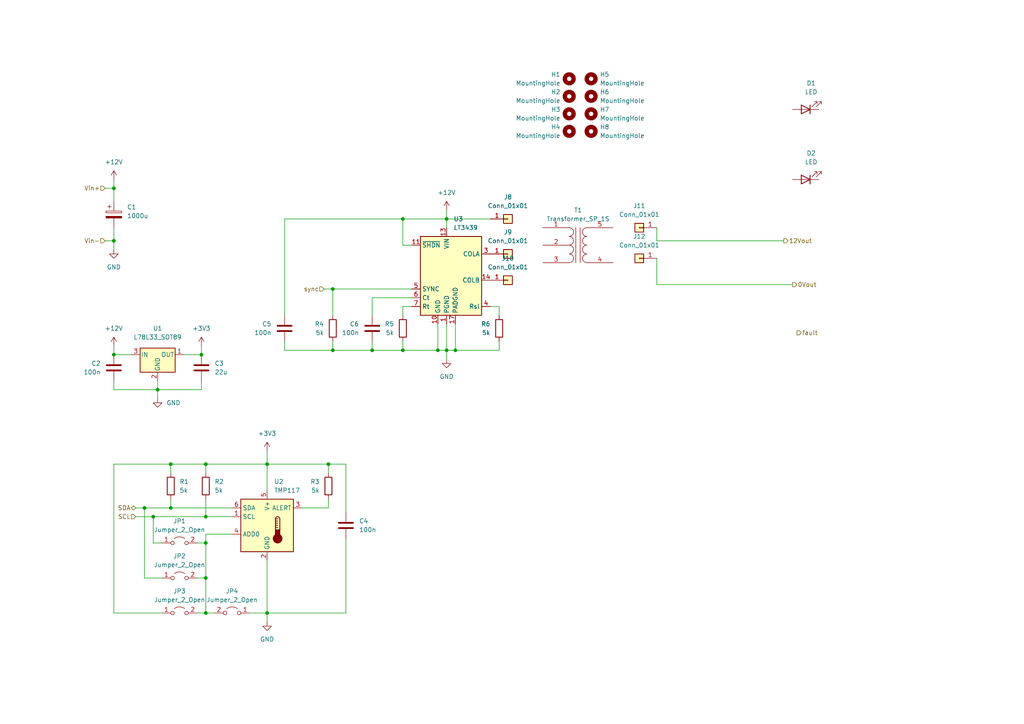
<source format=kicad_sch>
(kicad_sch (version 20211123) (generator eeschema)
  (paper "A4")
  (lib_symbols
    (symbol "ADRmu_Library:TMP117"
      (property "Reference" "U" (at 10.16 -2.54 0))
      (property "Value" "TMP117" (at 12.7 -5.08 0))
      (symbol "TMP117_0_1"
        (rectangle (start -7.62 7.62) (end 7.62 -7.62) (stroke (width 0.254)) (fill (type background)))
      )
      (symbol "TMP117_1_1"
        (polyline (pts (xy 2.413 -0.635) (xy 3.048 -0.635)) (stroke (width 0.254)))
        (polyline (pts (xy 2.413 0) (xy 3.048 0)) (stroke (width 0.254)))
        (polyline (pts (xy 2.413 0.635) (xy 3.048 0.635)) (stroke (width 0.254)))
        (polyline (pts (xy 2.413 1.27) (xy 3.048 1.27)) (stroke (width 0.254)))
        (polyline (pts (xy 2.413 1.905) (xy 2.413 -1.27)) (stroke (width 0.254)))
        (polyline (pts (xy 2.413 1.905) (xy 3.048 1.905)) (stroke (width 0.254)))
        (polyline (pts (xy 3.683 1.905) (xy 3.683 -1.27)) (stroke (width 0.254)))
        (circle (center 3.048 -3.81) (radius 1.27) (stroke (width 0.254)) (fill (type outline)))
        (rectangle (start 3.683 -3.175) (end 2.413 -1.27) (stroke (width 0.254)) (fill (type outline)))
        (arc (start 3.683 1.905) (mid 3.048 2.54) (end 2.413 1.905) (stroke (width 0.254)))
        (pin input line (at -10.16 2.54 0) (length 2.54) (name "SCL") (number "1"))
        (pin power_in line (at 0 -10.16 90) (length 2.54) (name "GND") (number "2"))
        (pin open_collector line (at 10.16 5.08 180) (length 2.54) (name "ALERT") (number "3"))
        (pin input line (at -10.16 -2.54 0) (length 2.54) (name "ADD0") (number "4"))
        (pin power_in line (at 0 10.16 270) (length 2.54) (name "V+") (number "5"))
        (pin bidirectional line (at -10.16 5.08 0) (length 2.54) (name "SDA") (number "6"))
      )
    )
    (symbol "Connector_Generic:Conn_01x01" (pin_names (offset 1.016) hide)
      (property "Reference" "J" (at 0 2.54 0))
      (property "Value" "Conn_01x01" (at 0 -2.54 0))
      (symbol "Conn_01x01_1_1"
        (rectangle (start -1.27 0.127) (end 0 -0.127) (stroke (width 0.1524)))
        (rectangle (start -1.27 1.27) (end 1.27 -1.27) (stroke (width 0.254)) (fill (type background)))
        (pin passive line (at -5.08 0 0) (length 3.81) (name "Pin_1") (number "1"))
      )
    )
    (symbol "Device:C" (pin_numbers hide) (pin_names (offset 0.254))
      (property "Reference" "C" (at 0.635 2.54 0))
      (property "Value" "C" (at 0.635 -2.54 0))
      (symbol "C_0_1"
        (polyline (pts (xy -2.032 -0.762) (xy 2.032 -0.762)) (stroke (width 0.508)))
        (polyline (pts (xy -2.032 0.762) (xy 2.032 0.762)) (stroke (width 0.508)))
      )
      (symbol "C_1_1"
        (pin passive line (at 0 3.81 270) (length 2.794) (name "~") (number "1"))
        (pin passive line (at 0 -3.81 90) (length 2.794) (name "~") (number "2"))
      )
    )
    (symbol "Device:C_Polarized" (pin_numbers hide) (pin_names (offset 0.254))
      (property "Reference" "C" (at 0.635 2.54 0))
      (property "Value" "C_Polarized" (at 0.635 -2.54 0))
      (symbol "C_Polarized_0_1"
        (rectangle (start -2.286 0.508) (end 2.286 1.016))
        (polyline (pts (xy -1.778 2.286) (xy -0.762 2.286)))
        (polyline (pts (xy -1.27 2.794) (xy -1.27 1.778)))
        (rectangle (start 2.286 -0.508) (end -2.286 -1.016) (fill (type outline)))
      )
      (symbol "C_Polarized_1_1"
        (pin passive line (at 0 3.81 270) (length 2.794) (name "~") (number "1"))
        (pin passive line (at 0 -3.81 90) (length 2.794) (name "~") (number "2"))
      )
    )
    (symbol "Device:LED" (pin_numbers hide) (pin_names (offset 1.016) hide)
      (property "Reference" "D" (at 0 2.54 0))
      (property "Value" "LED" (at 0 -2.54 0))
      (symbol "LED_0_1"
        (polyline (pts (xy -1.27 -1.27) (xy -1.27 1.27)) (stroke (width 0.254)))
        (polyline (pts (xy -1.27 0) (xy 1.27 0)))
        (polyline (pts (xy 1.27 -1.27) (xy 1.27 1.27) (xy -1.27 0) (xy 1.27 -1.27)) (stroke (width 0.254)))
        (polyline (pts (xy -3.048 -0.762) (xy -4.572 -2.286) (xy -3.81 -2.286) (xy -4.572 -2.286) (xy -4.572 -1.524)))
        (polyline (pts (xy -1.778 -0.762) (xy -3.302 -2.286) (xy -2.54 -2.286) (xy -3.302 -2.286) (xy -3.302 -1.524)))
      )
      (symbol "LED_1_1"
        (pin passive line (at -3.81 0 0) (length 2.54) (name "K") (number "1"))
        (pin passive line (at 3.81 0 180) (length 2.54) (name "A") (number "2"))
      )
    )
    (symbol "Device:R" (pin_numbers hide) (pin_names (offset 0))
      (property "Reference" "R" (at 2.032 0 90))
      (property "Value" "R" (at 0 0 90))
      (symbol "R_0_1"
        (rectangle (start -1.016 -2.54) (end 1.016 2.54) (stroke (width 0.254)))
      )
      (symbol "R_1_1"
        (pin passive line (at 0 3.81 270) (length 1.27) (name "~") (number "1"))
        (pin passive line (at 0 -3.81 90) (length 1.27) (name "~") (number "2"))
      )
    )
    (symbol "Device:Transformer_SP_1S" (pin_names (offset 1.016) hide)
      (property "Reference" "T" (at 0 6.35 0))
      (property "Value" "Transformer_SP_1S" (at 0 -7.62 0))
      (symbol "Transformer_SP_1S_0_1"
        (arc (start -2.54 -5.0546) (mid -1.6561 -4.6863) (end -1.27 -3.81))
        (arc (start -2.54 -2.5146) (mid -1.6561 -2.1463) (end -1.27 -1.27))
        (arc (start -2.54 0.0254) (mid -1.6561 0.3937) (end -1.27 1.27))
        (arc (start -2.54 2.5654) (mid -1.6561 2.9337) (end -1.27 3.81))
        (arc (start -1.27 -3.81) (mid -1.642 -2.912) (end -2.54 -2.54))
        (arc (start -1.27 -1.27) (mid -1.642 -0.372) (end -2.54 0))
        (arc (start -1.27 1.27) (mid -1.642 2.168) (end -2.54 2.54))
        (arc (start -1.27 3.81) (mid -1.642 4.708) (end -2.54 5.08))
        (polyline (pts (xy -0.635 5.08) (xy -0.635 -5.08)))
        (polyline (pts (xy 0.635 -5.08) (xy 0.635 5.08)))
        (arc (start 1.2954 -1.27) (mid 1.6599 -2.1501) (end 2.54 -2.5146))
        (arc (start 1.2954 1.27) (mid 1.6599 0.3899) (end 2.54 0.0254))
        (arc (start 1.2954 3.81) (mid 1.6599 2.9299) (end 2.54 2.5654))
        (arc (start 1.3208 -3.81) (mid 1.6853 -4.6901) (end 2.5654 -5.0546))
        (arc (start 2.54 0) (mid 1.6456 -0.3683) (end 1.2954 -1.27))
        (arc (start 2.54 2.54) (mid 1.6456 2.1717) (end 1.2954 1.27))
        (arc (start 2.54 5.08) (mid 1.6456 4.7117) (end 1.2954 3.81))
        (arc (start 2.5654 -2.54) (mid 1.671 -2.9083) (end 1.3208 -3.81))
      )
      (symbol "Transformer_SP_1S_1_1"
        (pin passive line (at -10.16 5.08 0) (length 7.62) (name "PR1") (number "1"))
        (pin passive line (at -10.16 0 0) (length 7.62) (name "PM") (number "2"))
        (pin passive line (at -10.16 -5.08 0) (length 7.62) (name "PR2") (number "3"))
        (pin passive line (at 10.16 -5.08 180) (length 7.62) (name "S1") (number "4"))
        (pin passive line (at 10.16 5.08 180) (length 7.62) (name "S2") (number "5"))
      )
    )
    (symbol "Jumper:Jumper_2_Open" (pin_names (offset 0) hide)
      (property "Reference" "JP" (at 0 2.794 0))
      (property "Value" "Jumper_2_Open" (at 0 -2.286 0))
      (symbol "Jumper_2_Open_0_0"
        (circle (center -2.032 0) (radius 0.508))
        (circle (center 2.032 0) (radius 0.508))
      )
      (symbol "Jumper_2_Open_0_1"
        (arc (start 1.524 1.27) (mid 0 1.778) (end -1.524 1.27))
      )
      (symbol "Jumper_2_Open_1_1"
        (pin passive line (at -5.08 0 0) (length 2.54) (name "A") (number "1"))
        (pin passive line (at 5.08 0 180) (length 2.54) (name "B") (number "2"))
      )
    )
    (symbol "Mechanical:MountingHole" (pin_names (offset 1.016))
      (property "Reference" "H" (at 0 5.08 0))
      (property "Value" "MountingHole" (at 0 3.175 0))
      (symbol "MountingHole_0_1"
        (circle (center 0 0) (radius 1.27) (stroke (width 1.27)))
      )
    )
    (symbol "Regulator_Linear:L78L33_SOT89" (pin_names (offset 0.254))
      (property "Reference" "U" (at -3.81 3.175 0))
      (property "Value" "L78L33_SOT89" (at -0.635 3.175 0))
      (symbol "L78L33_SOT89_0_1"
        (rectangle (start -5.08 1.905) (end 5.08 -5.08) (stroke (width 0.254)) (fill (type background)))
      )
      (symbol "L78L33_SOT89_1_1"
        (pin power_out line (at 7.62 0 180) (length 2.54) (name "OUT") (number "1"))
        (pin power_in line (at 0 -7.62 90) (length 2.54) (name "GND") (number "2"))
        (pin power_in line (at -7.62 0 0) (length 2.54) (name "IN") (number "3"))
      )
    )
    (symbol "Regulator_Switching:LT3439"
      (property "Reference" "U" (at -7.62 11.43 0))
      (property "Value" "LT3439" (at 3.81 11.43 0))
      (symbol "LT3439_0_1"
        (rectangle (start -7.62 10.16) (end 10.16 -12.7) (stroke (width 0.254)) (fill (type background)))
      )
      (symbol "LT3439_1_1"
        (pin power_in line (at 0 -15.24 90) (length 2.54) (name "PGND") (number "1"))
        (pin power_in line (at -2.54 -15.24 90) (length 2.54) (name "GND") (number "10"))
        (pin input line (at -10.16 7.62 0) (length 2.54) (name "~{SHDN}") (number "11"))
        (pin no_connect line (at -7.62 -2.54 0) (length 2.54) hide (name "NC") (number "12"))
        (pin power_in line (at 0 12.7 270) (length 2.54) (name "VIN") (number "13"))
        (pin output line (at 12.7 -2.54 180) (length 2.54) (name "COLB") (number "14"))
        (pin no_connect line (at 10.16 0 180) (length 2.54) hide (name "NC") (number "15"))
        (pin passive line (at 0 -15.24 90) (length 2.54) hide (name "PGND") (number "16"))
        (pin power_in line (at 2.54 -15.24 90) (length 2.54) (name "PADGND") (number "17"))
        (pin no_connect line (at -7.62 5.08 0) (length 2.54) hide (name "NC") (number "2"))
        (pin output line (at 12.7 5.08 180) (length 2.54) (name "COLA") (number "3"))
        (pin passive line (at 12.7 -10.16 180) (length 2.54) (name "Rsl") (number "4"))
        (pin passive line (at -10.16 -5.08 0) (length 2.54) (name "SYNC") (number "5"))
        (pin passive line (at -10.16 -7.62 0) (length 2.54) (name "Ct") (number "6"))
        (pin passive line (at -10.16 -10.16 0) (length 2.54) (name "Rt") (number "7"))
        (pin no_connect line (at -7.62 2.54 0) (length 2.54) hide (name "NC") (number "8"))
        (pin no_connect line (at -7.62 0 0) (length 2.54) hide (name "NC") (number "9"))
      )
    )
    (symbol "power:+12V" (power) (pin_names (offset 0))
      (property "Value" "+12V" (at 0 3.556 0))
      (symbol "+12V_0_1"
        (polyline (pts (xy -0.762 1.27) (xy 0 2.54)))
        (polyline (pts (xy 0 0) (xy 0 2.54)))
        (polyline (pts (xy 0 2.54) (xy 0.762 1.27)))
      )
      (symbol "+12V_1_1"
        (pin power_in line (at 0 0 90) (length 0) hide (name "+12V") (number "1"))
      )
    )
    (symbol "power:+3V3" (power) (pin_names (offset 0))
      (property "Value" "+3V3" (at 0 3.556 0))
      (symbol "+3V3_0_1"
        (polyline (pts (xy -0.762 1.27) (xy 0 2.54)))
        (polyline (pts (xy 0 0) (xy 0 2.54)))
        (polyline (pts (xy 0 2.54) (xy 0.762 1.27)))
      )
      (symbol "+3V3_1_1"
        (pin power_in line (at 0 0 90) (length 0) hide (name "+3V3") (number "1"))
      )
    )
    (symbol "power:GND" (power) (pin_names (offset 0))
      (property "Value" "GND" (at 0 -3.81 0))
      (symbol "GND_0_1"
        (polyline (pts (xy 0 0) (xy 0 -1.27) (xy 1.27 -1.27) (xy 0 -2.54) (xy -1.27 -1.27) (xy 0 -1.27)))
      )
      (symbol "GND_1_1"
        (pin power_in line (at 0 0 270) (length 0) hide (name "GND") (number "1"))
      )
    )
  )
  (junction (at 45.72 113.03))
  (junction (at 107.95 101.6))
  (junction (at 44.45 149.86))
  (junction (at 49.53 147.32))
  (junction (at 59.69 157.48))
  (junction (at 59.69 167.64))
  (junction (at 33.02 54.61))
  (junction (at 59.69 149.86))
  (junction (at 129.54 63.5))
  (junction (at 41.91 147.32))
  (junction (at 96.52 83.82))
  (junction (at 49.53 134.62))
  (junction (at 96.52 101.6))
  (junction (at 95.25 134.62))
  (junction (at 58.42 102.87))
  (junction (at 33.02 69.85))
  (junction (at 129.54 101.6))
  (junction (at 132.08 101.6))
  (junction (at 116.84 63.5))
  (junction (at 59.69 177.8))
  (junction (at 127 101.6))
  (junction (at 77.47 177.8))
  (junction (at 33.02 102.87))
  (junction (at 77.47 134.62))
  (junction (at 59.69 134.62))
  (junction (at 116.84 101.6))
  (wire (pts (xy 100.33 177.8) (xy 77.47 177.8)))
  (wire (pts (xy 72.39 177.8) (xy 77.47 177.8)))
  (wire (pts (xy 129.54 63.5) (xy 142.24 63.5)))
  (wire (pts (xy 49.53 134.62) (xy 33.02 134.62)))
  (wire (pts (xy 127 93.98) (xy 127 101.6)))
  (wire (pts (xy 227.33 69.85) (xy 190.5 69.85)))
  (wire (pts (xy 107.95 101.6) (xy 116.84 101.6)))
  (wire (pts (xy 77.47 134.62) (xy 77.47 142.24)))
  (wire (pts (xy 107.95 99.06) (xy 107.95 101.6)))
  (wire (pts (xy 59.69 157.48) (xy 59.69 167.64)))
  (wire (pts (xy 41.91 147.32) (xy 41.91 167.64)))
  (wire (pts (xy 129.54 101.6) (xy 129.54 104.14)))
  (wire (pts (xy 116.84 88.9) (xy 116.84 91.44)))
  (wire (pts (xy 142.24 88.9) (xy 144.78 88.9)))
  (wire (pts (xy 33.02 69.85) (xy 33.02 72.39)))
  (wire (pts (xy 100.33 134.62) (xy 100.33 148.59)))
  (wire (pts (xy 44.45 157.48) (xy 46.99 157.48)))
  (wire (pts (xy 82.55 101.6) (xy 82.55 99.06)))
  (wire (pts (xy 45.72 115.57) (xy 45.72 113.03)))
  (wire (pts (xy 132.08 101.6) (xy 129.54 101.6)))
  (wire (pts (xy 144.78 99.06) (xy 144.78 101.6)))
  (wire (pts (xy 95.25 134.62) (xy 100.33 134.62)))
  (wire (pts (xy 59.69 154.94) (xy 67.31 154.94)))
  (wire (pts (xy 33.02 110.49) (xy 33.02 113.03)))
  (wire (pts (xy 116.84 99.06) (xy 116.84 101.6)))
  (wire (pts (xy 44.45 149.86) (xy 44.45 157.48)))
  (wire (pts (xy 59.69 144.78) (xy 59.69 149.86)))
  (wire (pts (xy 132.08 93.98) (xy 132.08 101.6)))
  (wire (pts (xy 33.02 102.87) (xy 38.1 102.87)))
  (wire (pts (xy 77.47 162.56) (xy 77.47 177.8)))
  (wire (pts (xy 127 101.6) (xy 129.54 101.6)))
  (wire (pts (xy 33.02 134.62) (xy 33.02 177.8)))
  (wire (pts (xy 129.54 60.96) (xy 129.54 63.5)))
  (wire (pts (xy 59.69 134.62) (xy 49.53 134.62)))
  (wire (pts (xy 229.87 82.55) (xy 190.5 82.55)))
  (wire (pts (xy 190.5 69.85) (xy 190.5 66.04)))
  (wire (pts (xy 116.84 101.6) (xy 127 101.6)))
  (wire (pts (xy 144.78 101.6) (xy 132.08 101.6)))
  (wire (pts (xy 53.34 102.87) (xy 58.42 102.87)))
  (wire (pts (xy 33.02 54.61) (xy 33.02 58.42)))
  (wire (pts (xy 59.69 177.8) (xy 62.23 177.8)))
  (wire (pts (xy 96.52 101.6) (xy 107.95 101.6)))
  (wire (pts (xy 96.52 91.44) (xy 96.52 83.82)))
  (wire (pts (xy 119.38 86.36) (xy 107.95 86.36)))
  (wire (pts (xy 33.02 52.07) (xy 33.02 54.61)))
  (wire (pts (xy 100.33 156.21) (xy 100.33 177.8)))
  (wire (pts (xy 95.25 144.78) (xy 95.25 147.32)))
  (wire (pts (xy 59.69 154.94) (xy 59.69 157.48)))
  (wire (pts (xy 77.47 130.81) (xy 77.47 134.62)))
  (wire (pts (xy 59.69 177.8) (xy 57.15 177.8)))
  (wire (pts (xy 96.52 99.06) (xy 96.52 101.6)))
  (wire (pts (xy 77.47 177.8) (xy 77.47 180.34)))
  (wire (pts (xy 96.52 83.82) (xy 119.38 83.82)))
  (wire (pts (xy 58.42 110.49) (xy 58.42 113.03)))
  (wire (pts (xy 45.72 110.49) (xy 45.72 113.03)))
  (wire (pts (xy 77.47 134.62) (xy 95.25 134.62)))
  (wire (pts (xy 49.53 144.78) (xy 49.53 147.32)))
  (wire (pts (xy 107.95 86.36) (xy 107.95 91.44)))
  (wire (pts (xy 33.02 113.03) (xy 45.72 113.03)))
  (wire (pts (xy 93.98 83.82) (xy 96.52 83.82)))
  (wire (pts (xy 82.55 91.44) (xy 82.55 63.5)))
  (wire (pts (xy 96.52 101.6) (xy 82.55 101.6)))
  (wire (pts (xy 116.84 71.12) (xy 116.84 63.5)))
  (wire (pts (xy 58.42 100.33) (xy 58.42 102.87)))
  (wire (pts (xy 119.38 88.9) (xy 116.84 88.9)))
  (wire (pts (xy 67.31 149.86) (xy 59.69 149.86)))
  (wire (pts (xy 57.15 157.48) (xy 59.69 157.48)))
  (wire (pts (xy 33.02 177.8) (xy 46.99 177.8)))
  (wire (pts (xy 144.78 88.9) (xy 144.78 91.44)))
  (wire (pts (xy 58.42 113.03) (xy 45.72 113.03)))
  (wire (pts (xy 49.53 147.32) (xy 41.91 147.32)))
  (wire (pts (xy 82.55 63.5) (xy 116.84 63.5)))
  (wire (pts (xy 129.54 93.98) (xy 129.54 101.6)))
  (wire (pts (xy 33.02 66.04) (xy 33.02 69.85)))
  (wire (pts (xy 30.48 54.61) (xy 33.02 54.61)))
  (wire (pts (xy 41.91 167.64) (xy 46.99 167.64)))
  (wire (pts (xy 77.47 134.62) (xy 59.69 134.62)))
  (wire (pts (xy 129.54 66.04) (xy 129.54 63.5)))
  (wire (pts (xy 119.38 71.12) (xy 116.84 71.12)))
  (wire (pts (xy 33.02 100.33) (xy 33.02 102.87)))
  (wire (pts (xy 67.31 147.32) (xy 49.53 147.32)))
  (wire (pts (xy 59.69 167.64) (xy 57.15 167.64)))
  (wire (pts (xy 39.37 149.86) (xy 44.45 149.86)))
  (wire (pts (xy 116.84 63.5) (xy 129.54 63.5)))
  (wire (pts (xy 87.63 147.32) (xy 95.25 147.32)))
  (wire (pts (xy 59.69 134.62) (xy 59.69 137.16)))
  (wire (pts (xy 59.69 167.64) (xy 59.69 177.8)))
  (wire (pts (xy 59.69 149.86) (xy 44.45 149.86)))
  (wire (pts (xy 39.37 147.32) (xy 41.91 147.32)))
  (wire (pts (xy 49.53 134.62) (xy 49.53 137.16)))
  (wire (pts (xy 190.5 82.55) (xy 190.5 74.93)))
  (wire (pts (xy 30.48 69.85) (xy 33.02 69.85)))
  (wire (pts (xy 95.25 134.62) (xy 95.25 137.16)))
  (hierarchical_label "0Vout" (shape output) (at 229.87 82.55 0))
  (hierarchical_label "12Vout" (shape output) (at 227.33 69.85 0))
  (hierarchical_label "SCL" (shape input) (at 39.37 149.86 180))
  (hierarchical_label "sync" (shape input) (at 93.98 83.82 180))
  (hierarchical_label "Vin-" (shape input) (at 30.48 69.85 180))
  (hierarchical_label "SDA" (shape bidirectional) (at 39.37 147.32 180))
  (hierarchical_label "Vin+" (shape input) (at 30.48 54.61 180))
  (hierarchical_label "fault" (shape output) (at 231.14 96.52 0))
  (symbol (lib_id "Connector_Generic:Conn_01x01") (at 147.32 63.5 0) (mirror x) (unit 1)
    (property "Reference" "J8" (at 147.32 57.15 0))
    (property "Value" "Conn_01x01" (at 147.32 59.69 0))
    (property "Footprint" "Connector_Wire:SolderWire-1sqmm_1x01_D1.4mm_OD3.9mm" (effects hide))
  )
  (symbol (lib_id "Device:R") (at 116.84 95.25 0) (unit 1)
    (property "Reference" "R5" (at 114.3 93.9799 0) (effects (justify right)))
    (property "Value" "5k" (at 114.3 96.5199 0) (effects (justify right)))
    (property "Footprint" "Resistor_SMD:R_0805_2012Metric" (effects hide))
  )
  (symbol (lib_id "Device:LED") (at 233.68 52.07 180) (unit 1)
    (property "Reference" "D2" (at 235.2675 44.45 0))
    (property "Value" "LED" (at 235.2675 46.99 0))
    (property "Footprint" "LED_SMD:LED_1206_3216Metric" (effects hide))
  )
  (symbol (lib_id "ADRmu_Library:TMP117") (at 77.47 152.4 0) (unit 1)
    (property "Reference" "U2" (at 79.4894 139.7 0) (effects (justify left)))
    (property "Value" "TMP117" (at 79.4894 142.24 0) (effects (justify left)))
    (property "Footprint" "Package_SON:WSON-6-1EP_2x2mm_P0.65mm_EP1x1.6mm" (effects hide))
    (property "Datasheet" "https://www.ti.com/lit/ds/symlink/tmp117.pdf" (effects hide))
  )
  (symbol (lib_id "Connector_Generic:Conn_01x01") (at 147.32 73.66 0) (mirror x) (unit 1)
    (property "Reference" "J9" (at 147.32 67.31 0))
    (property "Value" "Conn_01x01" (at 147.32 69.85 0))
    (property "Footprint" "Connector_Wire:SolderWire-1sqmm_1x01_D1.4mm_OD3.9mm" (effects hide))
  )
  (symbol (lib_id "power:GND") (at 33.02 72.39 0) (unit 1)
    (property "Reference" "#PWR0106" (effects hide))
    (property "Value" "GND" (at 33.02 77.47 0))
  )
  (symbol (lib_id "Device:R") (at 144.78 95.25 0) (unit 1)
    (property "Reference" "R6" (at 142.24 93.9799 0) (effects (justify right)))
    (property "Value" "5k" (at 142.24 96.5199 0) (effects (justify right)))
    (property "Footprint" "Resistor_SMD:R_0805_2012Metric" (effects hide))
  )
  (symbol (lib_id "Mechanical:MountingHole") (at 165.1 27.94 0) (unit 1)
    (property "Reference" "H2" (at 162.56 26.6699 0) (effects (justify right)))
    (property "Value" "MountingHole" (at 162.56 29.2099 0) (effects (justify right)))
    (property "Footprint" "MountingHole:MountingHole_4.3mm_M4" (effects hide))
  )
  (symbol (lib_id "power:GND") (at 77.47 180.34 0) (unit 1)
    (property "Reference" "#PWR0107" (effects hide))
    (property "Value" "GND" (at 77.47 185.42 0))
  )
  (symbol (lib_id "Connector_Generic:Conn_01x01") (at 185.42 66.04 0) (mirror y) (unit 1)
    (property "Reference" "J11" (at 185.42 59.69 0))
    (property "Value" "Conn_01x01" (at 185.42 62.23 0))
    (property "Footprint" "Connector_Wire:SolderWire-1sqmm_1x01_D1.4mm_OD3.9mm" (effects hide))
  )
  (symbol (lib_id "Device:R") (at 59.69 140.97 0) (unit 1)
    (property "Reference" "R2" (at 62.23 139.6999 0) (effects (justify left)))
    (property "Value" "5k" (at 62.23 142.2399 0) (effects (justify left)))
    (property "Footprint" "Resistor_SMD:R_0805_2012Metric" (effects hide))
  )
  (symbol (lib_id "power:+3V3") (at 58.42 100.33 0) (unit 1)
    (property "Reference" "#PWR0104" (effects hide))
    (property "Value" "+3V3" (at 58.42 95.25 0))
  )
  (symbol (lib_id "power:+12V") (at 33.02 52.07 0) (unit 1)
    (property "Reference" "#PWR0103" (effects hide))
    (property "Value" "+12V" (at 33.02 46.99 0))
  )
  (symbol (lib_id "Jumper:Jumper_2_Open") (at 52.07 167.64 0) (unit 1)
    (property "Reference" "JP2" (at 52.07 161.29 0))
    (property "Value" "Jumper_2_Open" (at 52.07 163.83 0))
    (property "Footprint" "Jumper:SolderJumper-2_P1.3mm_Open_RoundedPad1.0x1.5mm" (effects hide))
  )
  (symbol (lib_id "Mechanical:MountingHole") (at 171.45 22.86 0) (unit 1)
    (property "Reference" "H5" (at 173.99 21.5899 0) (effects (justify left)))
    (property "Value" "MountingHole" (at 173.99 24.1299 0) (effects (justify left)))
    (property "Footprint" "MountingHole:MountingHole_4.3mm_M4" (effects hide))
  )
  (symbol (lib_id "Connector_Generic:Conn_01x01") (at 185.42 74.93 0) (mirror y) (unit 1)
    (property "Reference" "J12" (at 185.42 68.58 0))
    (property "Value" "Conn_01x01" (at 185.42 71.12 0))
    (property "Footprint" "Connector_Wire:SolderWire-1sqmm_1x01_D1.4mm_OD3.9mm" (effects hide))
  )
  (symbol (lib_id "Regulator_Switching:LT3439") (at 129.54 78.74 0) (unit 1)
    (property "Reference" "U3" (at 131.5594 63.5 0) (effects (justify left)))
    (property "Value" "LT3439" (at 131.5594 66.04 0) (effects (justify left)))
    (property "Footprint" "Package_SO:TSSOP-16-1EP_4.4x5mm_P0.65mm" (effects hide))
    (property "Datasheet" "https://www.analog.com/media/en/technical-documentation/data-sheets/3439fs.pdf" (effects hide))
  )
  (symbol (lib_id "Jumper:Jumper_2_Open") (at 52.07 157.48 0) (unit 1)
    (property "Reference" "JP1" (at 52.07 151.13 0))
    (property "Value" "Jumper_2_Open" (at 52.07 153.67 0))
    (property "Footprint" "Jumper:SolderJumper-2_P1.3mm_Open_RoundedPad1.0x1.5mm" (effects hide))
  )
  (symbol (lib_id "Device:C_Polarized") (at 33.02 62.23 0) (unit 1)
    (property "Reference" "C1" (at 36.83 60.0709 0) (effects (justify left)))
    (property "Value" "1000u" (at 36.83 62.6109 0) (effects (justify left)))
    (property "Footprint" "Capacitor_THT:CP_Radial_D16.0mm_P7.50mm" (effects hide))
  )
  (symbol (lib_id "Mechanical:MountingHole") (at 165.1 22.86 0) (unit 1)
    (property "Reference" "H1" (at 162.56 21.5899 0) (effects (justify right)))
    (property "Value" "MountingHole" (at 162.56 24.1299 0) (effects (justify right)))
    (property "Footprint" "MountingHole:MountingHole_4.3mm_M4" (effects hide))
  )
  (symbol (lib_id "Regulator_Linear:L78L33_SOT89") (at 45.72 102.87 0) (unit 1)
    (property "Reference" "U1" (at 45.72 95.25 0))
    (property "Value" "L78L33_SOT89" (at 45.72 97.79 0))
    (property "Footprint" "Package_TO_SOT_SMD:SOT-89-3" (effects hide))
    (property "Datasheet" "http://www.st.com/content/ccc/resource/technical/document/datasheet/15/55/e5/aa/23/5b/43/fd/CD00000446.pdf/files/CD00000446.pdf/jcr:content/translations/en.CD00000446.pdf" (effects hide))
  )
  (symbol (lib_id "power:GND") (at 129.54 104.14 0) (unit 1)
    (property "Reference" "#PWR0109" (effects hide))
    (property "Value" "GND" (at 129.54 109.22 0))
  )
  (symbol (lib_id "Device:LED") (at 233.68 31.75 180) (unit 1)
    (property "Reference" "D1" (at 235.2675 24.13 0))
    (property "Value" "LED" (at 235.2675 26.67 0))
    (property "Footprint" "LED_SMD:LED_1206_3216Metric" (effects hide))
  )
  (symbol (lib_id "Connector_Generic:Conn_01x01") (at 147.32 81.28 0) (mirror x) (unit 1)
    (property "Reference" "J10" (at 147.32 74.93 0))
    (property "Value" "Conn_01x01" (at 147.32 77.47 0))
    (property "Footprint" "Connector_Wire:SolderWire-1sqmm_1x01_D1.4mm_OD3.9mm" (effects hide))
  )
  (symbol (lib_id "power:+12V") (at 129.54 60.96 0) (unit 1)
    (property "Reference" "#PWR0108" (effects hide))
    (property "Value" "+12V" (at 129.54 55.88 0))
  )
  (symbol (lib_id "Device:Transformer_SP_1S") (at 167.64 71.12 0) (unit 1) (on_board no)
    (property "Reference" "T1" (at 167.6527 60.96 0))
    (property "Value" "Transformer_SP_1S" (at 167.6527 63.5 0))
  )
  (symbol (lib_id "Jumper:Jumper_2_Open") (at 52.07 177.8 0) (unit 1)
    (property "Reference" "JP3" (at 52.07 171.45 0))
    (property "Value" "Jumper_2_Open" (at 52.07 173.99 0))
    (property "Footprint" "Jumper:SolderJumper-2_P1.3mm_Open_RoundedPad1.0x1.5mm" (effects hide))
  )
  (symbol (lib_id "Device:C") (at 33.02 106.68 0) (unit 1)
    (property "Reference" "C2" (at 29.21 105.4099 0) (effects (justify right)))
    (property "Value" "100n" (at 29.21 107.9499 0) (effects (justify right)))
    (property "Footprint" "Capacitor_SMD:C_0805_2012Metric" (effects hide))
  )
  (symbol (lib_id "Mechanical:MountingHole") (at 165.1 33.02 0) (unit 1)
    (property "Reference" "H3" (at 162.56 31.7499 0) (effects (justify right)))
    (property "Value" "MountingHole" (at 162.56 34.2899 0) (effects (justify right)))
    (property "Footprint" "MountingHole:MountingHole_4.3mm_M4" (effects hide))
  )
  (symbol (lib_id "Mechanical:MountingHole") (at 171.45 27.94 0) (unit 1)
    (property "Reference" "H6" (at 173.99 26.6699 0) (effects (justify left)))
    (property "Value" "MountingHole" (at 173.99 29.2099 0) (effects (justify left)))
    (property "Footprint" "MountingHole:MountingHole_4.3mm_M4" (effects hide))
  )
  (symbol (lib_id "Jumper:Jumper_2_Open") (at 67.31 177.8 0) (mirror y) (unit 1)
    (property "Reference" "JP4" (at 67.31 171.45 0))
    (property "Value" "Jumper_2_Open" (at 67.31 173.99 0))
    (property "Footprint" "Jumper:SolderJumper-2_P1.3mm_Open_RoundedPad1.0x1.5mm" (effects hide))
  )
  (symbol (lib_id "Mechanical:MountingHole") (at 171.45 38.1 0) (unit 1)
    (property "Reference" "H8" (at 173.99 36.8299 0) (effects (justify left)))
    (property "Value" "MountingHole" (at 173.99 39.3699 0) (effects (justify left)))
    (property "Footprint" "MountingHole:MountingHole_4.3mm_M4" (effects hide))
  )
  (symbol (lib_id "Device:R") (at 49.53 140.97 0) (unit 1)
    (property "Reference" "R1" (at 52.07 139.6999 0) (effects (justify left)))
    (property "Value" "5k" (at 52.07 142.2399 0) (effects (justify left)))
    (property "Footprint" "Resistor_SMD:R_0805_2012Metric" (effects hide))
  )
  (symbol (lib_id "Device:C") (at 100.33 152.4 0) (unit 1)
    (property "Reference" "C4" (at 104.14 151.1299 0) (effects (justify left)))
    (property "Value" "100n" (at 104.14 153.6699 0) (effects (justify left)))
    (property "Footprint" "Capacitor_SMD:C_0805_2012Metric" (effects hide))
  )
  (symbol (lib_id "Mechanical:MountingHole") (at 165.1 38.1 0) (unit 1)
    (property "Reference" "H4" (at 162.56 36.8299 0) (effects (justify right)))
    (property "Value" "MountingHole" (at 162.56 39.3699 0) (effects (justify right)))
    (property "Footprint" "MountingHole:MountingHole_4.3mm_M4" (effects hide))
  )
  (symbol (lib_id "Device:R") (at 95.25 140.97 0) (unit 1)
    (property "Reference" "R3" (at 92.71 139.6999 0) (effects (justify right)))
    (property "Value" "5k" (at 92.71 142.2399 0) (effects (justify right)))
    (property "Footprint" "Resistor_SMD:R_0805_2012Metric" (effects hide))
  )
  (symbol (lib_id "power:+12V") (at 33.02 100.33 0) (unit 1)
    (property "Reference" "#PWR0105" (effects hide))
    (property "Value" "+12V" (at 33.02 95.25 0))
  )
  (symbol (lib_id "Device:C") (at 107.95 95.25 0) (unit 1)
    (property "Reference" "C6" (at 104.14 93.9799 0) (effects (justify right)))
    (property "Value" "100n" (at 104.14 96.5199 0) (effects (justify right)))
    (property "Footprint" "Capacitor_SMD:C_0805_2012Metric" (effects hide))
  )
  (symbol (lib_id "power:+3V3") (at 77.47 130.81 0) (unit 1)
    (property "Reference" "#PWR0102" (effects hide))
    (property "Value" "+3V3" (at 77.47 125.73 0))
  )
  (symbol (lib_id "power:GND") (at 45.72 115.57 0) (unit 1)
    (property "Reference" "#PWR0101" (effects hide))
    (property "Value" "GND" (at 48.26 116.8399 0) (effects (justify left)))
  )
  (symbol (lib_id "Mechanical:MountingHole") (at 171.45 33.02 0) (unit 1)
    (property "Reference" "H7" (at 173.99 31.7499 0) (effects (justify left)))
    (property "Value" "MountingHole" (at 173.99 34.2899 0) (effects (justify left)))
    (property "Footprint" "MountingHole:MountingHole_4.3mm_M4" (effects hide))
  )
  (symbol (lib_id "Device:C") (at 58.42 106.68 0) (unit 1)
    (property "Reference" "C3" (at 62.23 105.4099 0) (effects (justify left)))
    (property "Value" "22u" (at 62.23 107.9499 0) (effects (justify left)))
    (property "Footprint" "Capacitor_SMD:C_0805_2012Metric" (effects hide))
  )
  (symbol (lib_id "Device:R") (at 96.52 95.25 0) (unit 1)
    (property "Reference" "R4" (at 93.98 93.9799 0) (effects (justify right)))
    (property "Value" "5k" (at 93.98 96.5199 0) (effects (justify right)))
    (property "Footprint" "Resistor_SMD:R_0805_2012Metric" (effects hide))
  )
  (symbol (lib_id "Device:C") (at 82.55 95.25 0) (unit 1)
    (property "Reference" "C5" (at 78.74 93.9799 0) (effects (justify right)))
    (property "Value" "100n" (at 78.74 96.5199 0) (effects (justify right)))
    (property "Footprint" "Capacitor_SMD:C_0805_2012Metric" (effects hide))
  )
)
</source>
